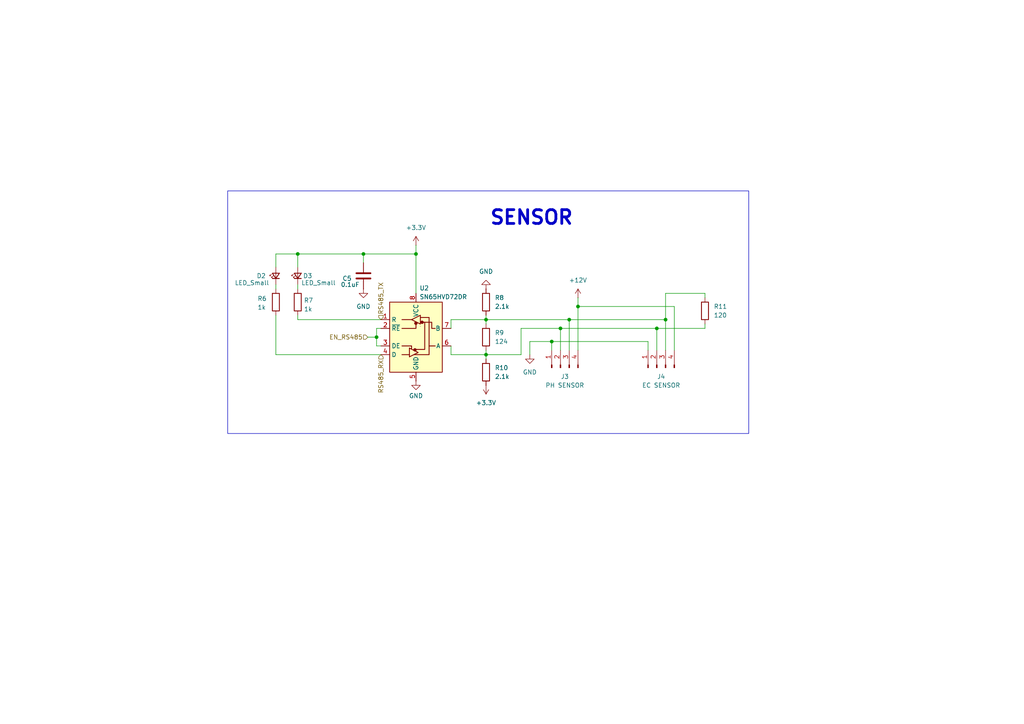
<source format=kicad_sch>
(kicad_sch (version 20231120) (generator "eeschema") (generator_version "8.0")
  (paper "A4")
  (lib_symbols
    (symbol "Connector:Conn_01x04_Pin" (pin_names (offset 1.016) hide)
      (property "Reference" "J" (at 0 5.08 0))
      (property "Value" "Conn_01x04_Pin" (at 0 -7.62 0))
      (symbol "Conn_01x04_Pin_1_1"
        (polyline (pts (xy 1.27 -5.08) (xy 0.8636 -5.08)) (stroke (width 0.1524)))
        (polyline (pts (xy 1.27 -2.54) (xy 0.8636 -2.54)) (stroke (width 0.1524)))
        (polyline (pts (xy 1.27 0) (xy 0.8636 0)) (stroke (width 0.1524)))
        (polyline (pts (xy 1.27 2.54) (xy 0.8636 2.54)) (stroke (width 0.1524)))
        (rectangle (start 0.8636 -4.953) (end 0 -5.207) (stroke (width 0.1524)) (fill (type outline)))
        (rectangle (start 0.8636 -2.413) (end 0 -2.667) (stroke (width 0.1524)) (fill (type outline)))
        (rectangle (start 0.8636 0.127) (end 0 -0.127) (stroke (width 0.1524)) (fill (type outline)))
        (rectangle (start 0.8636 2.667) (end 0 2.413) (stroke (width 0.1524)) (fill (type outline)))
        (pin passive line (at 5.08 2.54 180) (length 3.81) (name "Pin_1") (number "1"))
        (pin passive line (at 5.08 0 180) (length 3.81) (name "Pin_2") (number "2"))
        (pin passive line (at 5.08 -2.54 180) (length 3.81) (name "Pin_3") (number "3"))
        (pin passive line (at 5.08 -5.08 180) (length 3.81) (name "Pin_4") (number "4"))
      )
    )
    (symbol "Device:C" (pin_numbers hide) (pin_names (offset 0.254))
      (property "Reference" "C" (at 0.635 2.54 0))
      (property "Value" "C" (at 0.635 -2.54 0))
      (symbol "C_0_1"
        (polyline (pts (xy -2.032 -0.762) (xy 2.032 -0.762)) (stroke (width 0.508)))
        (polyline (pts (xy -2.032 0.762) (xy 2.032 0.762)) (stroke (width 0.508)))
      )
      (symbol "C_1_1"
        (pin passive line (at 0 3.81 270) (length 2.794) (name "~") (number "1"))
        (pin passive line (at 0 -3.81 90) (length 2.794) (name "~") (number "2"))
      )
    )
    (symbol "Device:LED_Small" (pin_numbers hide) (pin_names (offset 0.254) hide)
      (property "Reference" "D" (at -1.27 3.175 0))
      (property "Value" "LED_Small" (at -4.445 -2.54 0))
      (symbol "LED_Small_0_1"
        (polyline (pts (xy -0.762 -1.016) (xy -0.762 1.016)) (stroke (width 0.254)))
        (polyline (pts (xy 1.016 0) (xy -0.762 0)))
        (polyline (pts (xy 0.762 -1.016) (xy -0.762 0) (xy 0.762 1.016) (xy 0.762 -1.016)) (stroke (width 0.254)))
        (polyline (pts (xy 0 0.762) (xy -0.508 1.27) (xy -0.254 1.27) (xy -0.508 1.27) (xy -0.508 1.016)))
        (polyline (pts (xy 0.508 1.27) (xy 0 1.778) (xy 0.254 1.778) (xy 0 1.778) (xy 0 1.524)))
      )
      (symbol "LED_Small_1_1"
        (pin passive line (at -2.54 0 0) (length 1.778) (name "K") (number "1"))
        (pin passive line (at 2.54 0 180) (length 1.778) (name "A") (number "2"))
      )
    )
    (symbol "Device:R" (pin_numbers hide) (pin_names (offset 0))
      (property "Reference" "R" (at 2.032 0 90))
      (property "Value" "R" (at 0 0 90))
      (symbol "R_0_1"
        (rectangle (start -1.016 -2.54) (end 1.016 2.54) (stroke (width 0.254)))
      )
      (symbol "R_1_1"
        (pin passive line (at 0 3.81 270) (length 1.27) (name "~") (number "1"))
        (pin passive line (at 0 -3.81 90) (length 1.27) (name "~") (number "2"))
      )
    )
    (symbol "Interface_UART:SN65HVD11HD"
      (property "Reference" "U" (at -7.62 12.7 0))
      (property "Value" "SN65HVD11HD" (at 2.54 12.7 0))
      (symbol "SN65HVD11HD_0_1"
        (rectangle (start -7.62 10.16) (end 7.62 -10.16) (stroke (width 0.254)) (fill (type background)))
        (circle (center -0.3048 -3.683) (radius 0.3556) (stroke (width 0.254)) (fill (type outline)))
        (circle (center -0.0254 4.0386) (radius 0.3556) (stroke (width 0.254)) (fill (type outline)))
        (polyline (pts (xy -4.064 -5.08) (xy -1.905 -5.08)) (stroke (width 0.254)))
        (polyline (pts (xy -4.064 5.08) (xy -1.27 5.08)) (stroke (width 0.254)))
        (polyline (pts (xy -1.27 -3.2004) (xy -1.27 -3.4544)) (stroke (width 0.254)))
        (polyline (pts (xy -4.064 -2.54) (xy -1.27 -2.54) (xy -1.27 -3.175)) (stroke (width 0.254)))
        (polyline (pts (xy 0 3.81) (xy 0 2.54) (xy -4.064 2.54)) (stroke (width 0.254)))
        (polyline (pts (xy 1.27 5.715) (xy 3.81 5.715) (xy 3.81 -2.54)) (stroke (width 0.254)))
        (polyline (pts (xy 2.54 4.318) (xy 2.54 -3.556) (xy -0.254 -3.556)) (stroke (width 0.254)))
        (polyline (pts (xy -1.905 -3.175) (xy -1.905 -5.715) (xy 0.635 -4.445) (xy -1.905 -3.175)) (stroke (width 0.254)))
        (polyline (pts (xy -1.27 5.08) (xy 1.27 6.35) (xy 1.27 3.81) (xy -1.27 5.08)) (stroke (width 0.254)))
        (polyline (pts (xy -0.508 -5.08) (xy 3.81 -5.08) (xy 3.81 -2.54) (xy 5.588 -2.54)) (stroke (width 0.254)))
        (polyline (pts (xy 2.032 4.318) (xy 4.572 4.318) (xy 4.572 2.54) (xy 5.588 2.54)) (stroke (width 0.254)))
        (rectangle (start 1.27 3.175) (end 1.27 3.175))
        (circle (center 1.778 4.318) (radius 0.3556) (stroke (width 0.254)) (fill (type outline)))
      )
      (symbol "SN65HVD11HD_1_1"
        (pin output line (at -10.16 5.08 0) (length 2.54) (name "R") (number "1"))
        (pin input line (at -10.16 2.54 0) (length 2.54) (name "~{RE}") (number "2"))
        (pin input line (at -10.16 -2.54 0) (length 2.54) (name "DE") (number "3"))
        (pin input line (at -10.16 -5.08 0) (length 2.54) (name "D") (number "4"))
        (pin power_in line (at 0 -12.7 90) (length 2.54) (name "GND") (number "5"))
        (pin bidirectional line (at 10.16 -2.54 180) (length 2.54) (name "A") (number "6"))
        (pin bidirectional line (at 10.16 2.54 180) (length 2.54) (name "B") (number "7"))
        (pin power_in line (at 0 12.7 270) (length 2.54) (name "VCC") (number "8"))
      )
    )
    (symbol "power:+12V" (power) (pin_numbers hide) (pin_names (offset 0) hide)
      (property "Value" "+12V" (at 0 3.556 0))
      (symbol "+12V_0_1"
        (polyline (pts (xy -0.762 1.27) (xy 0 2.54)))
        (polyline (pts (xy 0 0) (xy 0 2.54)))
        (polyline (pts (xy 0 2.54) (xy 0.762 1.27)))
      )
      (symbol "+12V_1_1"
        (pin power_in line (at 0 0 90) (length 0) (name "~") (number "1"))
      )
    )
    (symbol "power:+3.3V" (power) (pin_numbers hide) (pin_names (offset 0) hide)
      (property "Value" "+3.3V" (at 0 3.556 0))
      (symbol "+3.3V_0_1"
        (polyline (pts (xy -0.762 1.27) (xy 0 2.54)))
        (polyline (pts (xy 0 0) (xy 0 2.54)))
        (polyline (pts (xy 0 2.54) (xy 0.762 1.27)))
      )
      (symbol "+3.3V_1_1"
        (pin power_in line (at 0 0 90) (length 0) (name "~") (number "1"))
      )
    )
    (symbol "power:GND" (power) (pin_numbers hide) (pin_names (offset 0) hide)
      (property "Value" "GND" (at 0 -3.81 0))
      (symbol "GND_0_1"
        (polyline (pts (xy 0 0) (xy 0 -1.27) (xy 1.27 -1.27) (xy 0 -2.54) (xy -1.27 -1.27) (xy 0 -1.27)))
      )
      (symbol "GND_1_1"
        (pin power_in line (at 0 0 270) (length 0) (name "~") (number "1"))
      )
    )
  )
  (junction (at 165.1 92.71))
  (junction (at 193.04 92.71))
  (junction (at 105.41 73.66))
  (junction (at 190.5 95.25))
  (junction (at 120.65 73.66))
  (junction (at 160.02 99.06))
  (junction (at 162.56 95.25))
  (junction (at 86.36 73.66))
  (junction (at 140.97 92.71))
  (junction (at 140.97 102.87))
  (junction (at 167.64 88.9))
  (junction (at 109.22 97.79))
  (wire (pts (xy 80.01 77.47) (xy 80.01 73.66)))
  (wire (pts (xy 162.56 95.25) (xy 190.5 95.25)))
  (wire (pts (xy 130.81 92.71) (xy 130.81 95.25)))
  (wire (pts (xy 204.47 85.09) (xy 193.04 85.09)))
  (wire (pts (xy 167.64 101.6) (xy 167.64 88.9)))
  (wire (pts (xy 167.64 88.9) (xy 195.58 88.9)))
  (wire (pts (xy 86.36 92.71) (xy 110.49 92.71)))
  (wire (pts (xy 130.81 102.87) (xy 140.97 102.87)))
  (wire (pts (xy 160.02 99.06) (xy 187.96 99.06)))
  (wire (pts (xy 120.65 73.66) (xy 120.65 85.09)))
  (wire (pts (xy 109.22 95.25) (xy 110.49 95.25)))
  (wire (pts (xy 86.36 73.66) (xy 105.41 73.66)))
  (wire (pts (xy 167.64 86.36) (xy 167.64 88.9)))
  (wire (pts (xy 120.65 71.12) (xy 120.65 73.66)))
  (wire (pts (xy 80.01 82.55) (xy 80.01 83.82)))
  (wire (pts (xy 140.97 102.87) (xy 140.97 104.14)))
  (wire (pts (xy 106.68 97.79) (xy 109.22 97.79)))
  (wire (pts (xy 80.01 91.44) (xy 80.01 102.87)))
  (wire (pts (xy 86.36 92.71) (xy 86.36 91.44)))
  (wire (pts (xy 187.96 99.06) (xy 187.96 101.6)))
  (wire (pts (xy 151.13 95.25) (xy 151.13 102.87)))
  (wire (pts (xy 165.1 92.71) (xy 193.04 92.71)))
  (wire (pts (xy 162.56 95.25) (xy 162.56 101.6)))
  (wire (pts (xy 140.97 92.71) (xy 140.97 93.98)))
  (wire (pts (xy 165.1 92.71) (xy 165.1 101.6)))
  (wire (pts (xy 130.81 92.71) (xy 140.97 92.71)))
  (wire (pts (xy 86.36 82.55) (xy 86.36 83.82)))
  (wire (pts (xy 140.97 101.6) (xy 140.97 102.87)))
  (wire (pts (xy 109.22 100.33) (xy 110.49 100.33)))
  (wire (pts (xy 151.13 102.87) (xy 140.97 102.87)))
  (wire (pts (xy 193.04 85.09) (xy 193.04 92.71)))
  (wire (pts (xy 190.5 95.25) (xy 190.5 101.6)))
  (wire (pts (xy 165.1 92.71) (xy 140.97 92.71)))
  (wire (pts (xy 195.58 88.9) (xy 195.58 101.6)))
  (wire (pts (xy 204.47 86.36) (xy 204.47 85.09)))
  (wire (pts (xy 204.47 95.25) (xy 204.47 93.98)))
  (wire (pts (xy 162.56 95.25) (xy 151.13 95.25)))
  (wire (pts (xy 140.97 91.44) (xy 140.97 92.71)))
  (wire (pts (xy 130.81 100.33) (xy 130.81 102.87)))
  (wire (pts (xy 86.36 73.66) (xy 86.36 77.47)))
  (wire (pts (xy 105.41 73.66) (xy 120.65 73.66)))
  (wire (pts (xy 109.22 95.25) (xy 109.22 97.79)))
  (wire (pts (xy 160.02 99.06) (xy 160.02 101.6)))
  (wire (pts (xy 193.04 92.71) (xy 193.04 101.6)))
  (wire (pts (xy 153.67 99.06) (xy 153.67 102.87)))
  (wire (pts (xy 80.01 73.66) (xy 86.36 73.66)))
  (wire (pts (xy 204.47 95.25) (xy 190.5 95.25)))
  (wire (pts (xy 109.22 97.79) (xy 109.22 100.33)))
  (wire (pts (xy 105.41 73.66) (xy 105.41 76.2)))
  (wire (pts (xy 160.02 99.06) (xy 153.67 99.06)))
  (wire (pts (xy 80.01 102.87) (xy 110.49 102.87)))
  (rectangle (start 66.04 55.372) (end 217.17 125.73))
  (text "SENSOR\n" (at 154.178 63.246 0) (effects (font (size 4 4) (bold yes))))
  (hierarchical_label "RS485_TX" (shape input) (at 110.49 92.71 90))
  (hierarchical_label "EN_RS485" (shape input) (at 106.68 97.79 180))
  (hierarchical_label "RS485_RX" (shape input) (at 110.49 102.87 270))
  (symbol (lib_id "Device:R") (at 140.97 107.95 180) (unit 1)
    (property "Reference" "R10" (at 143.51 106.6799 0) (effects (justify right)))
    (property "Value" "2.1k" (at 143.51 109.2199 0) (effects (justify right)))
    (property "Footprint" "Resistor_SMD:R_0603_1608Metric" (effects (hide yes)))
    (property "Description" "62.5mW Thick Film Resistors 50V ±100ppm/℃ ±1% 10kΩ 0402" (effects (hide yes)))
    (property "MFR" "0402WGF1002TCE" (effects (hide yes)))
    (property "LCSC" "C25744" (effects (hide yes)))
  )
  (symbol (lib_id "Device:C") (at 105.41 80.01 0) (unit 1)
    (property "Reference" "C5" (at 99.314 80.772 0) (effects (justify left)))
    (property "Value" "0.1uF" (at 98.806 82.5501 0) (effects (justify left)))
    (property "Footprint" "Capacitor_SMD:C_0603_1608Metric" (effects (hide yes)))
    (property "Description" "50V 100nF X7R ±10% 0402" (effects (hide yes)))
    (property "MFR" "CL05B104KB54PNC" (effects (hide yes)))
    (property "LCSC" "C307331" (effects (hide yes)))
  )
  (symbol (lib_id "Device:R") (at 80.01 87.63 180) (unit 1)
    (property "Reference" "R6" (at 74.676 86.614 0) (effects (justify right)))
    (property "Value" "1k" (at 74.676 89.154 0) (effects (justify right)))
    (property "Footprint" "Resistor_SMD:R_0603_1608Metric" (effects (hide yes)))
    (property "Description" "62.5mW Thick Film Resistors 50V ±100ppm/℃ ±1% 10kΩ 0402" (effects (hide yes)))
    (property "MFR" "0402WGF1002TCE" (effects (hide yes)))
    (property "LCSC" "C25744" (effects (hide yes)))
  )
  (symbol (lib_id "power:+3.3V") (at 120.65 71.12 0) (unit 1)
    (property "Reference" "#PWR015" (effects (hide yes)))
    (property "Value" "+3.3V" (at 120.65 66.04 0))
    (property "Description" "Power symbol creates a global label with name \"+3.3V\"" (effects (hide yes)))
  )
  (symbol (lib_id "Device:R") (at 140.97 97.79 180) (unit 1)
    (property "Reference" "R9" (at 143.51 96.5199 0) (effects (justify right)))
    (property "Value" "124" (at 143.51 99.0599 0) (effects (justify right)))
    (property "Footprint" "Resistor_SMD:R_0603_1608Metric" (effects (hide yes)))
    (property "Description" "62.5mW Thick Film Resistors 50V ±100ppm/℃ ±1% 10kΩ 0402" (effects (hide yes)))
    (property "MFR" "0402WGF1002TCE" (effects (hide yes)))
    (property "LCSC" "C25744" (effects (hide yes)))
  )
  (symbol (lib_id "power:GND") (at 153.67 102.87 0) (unit 1)
    (property "Reference" "#PWR019" (effects (hide yes)))
    (property "Value" "GND" (at 153.67 107.95 0))
    (property "Description" "Power symbol creates a global label with name \"GND\" , ground" (effects (hide yes)))
  )
  (symbol (lib_id "power:GND") (at 120.65 110.49 0) (unit 1)
    (property "Reference" "#PWR016" (effects (hide yes)))
    (property "Value" "GND" (at 120.65 114.808 0))
    (property "Description" "Power symbol creates a global label with name \"GND\" , ground" (effects (hide yes)))
  )
  (symbol (lib_id "Interface_UART:SN65HVD11HD") (at 120.65 97.79 0) (unit 1)
    (property "Reference" "U2" (at 121.666 83.566 0) (effects (justify left)))
    (property "Value" "SN65HVD72DR" (at 121.666 86.106 0) (effects (justify left)))
    (property "Footprint" "Package_SO:SOIC-8_3.9x4.9mm_P1.27mm" (effects (hide yes)))
    (property "Datasheet" "https://wmsc.lcsc.com/wmsc/upload/file/pdf/v2/lcsc/1810161612_Texas-Instruments-SN65HVD72DR_C48125.pdf" (effects (hide yes)))
    (property "Description" "3.3V, RS-485 Transceiver, SOIC-8" (effects (hide yes)))
    (property "LCSC" " C48125" (effects (hide yes)))
    (property "MFR.Part" "SN65HVD72DR" (effects (hide yes)))
  )
  (symbol (lib_id "Connector:Conn_01x04_Pin") (at 190.5 106.68 90) (unit 1)
    (property "Reference" "J4" (at 191.77 109.22 90))
    (property "Value" "EC SENSOR" (at 191.77 111.76 90))
    (property "Footprint" "Connector_Phoenix_MC:PhoenixContact_MCV_1,5_4-G-3.81_1x04_P3.81mm_Vertical" (effects (hide yes)))
    (property "Description" "Generic connector, single row, 01x04, script generated" (effects (hide yes)))
  )
  (symbol (lib_id "power:+12V") (at 167.64 86.36 0) (unit 1)
    (property "Reference" "#PWR020" (effects (hide yes)))
    (property "Value" "+12V" (at 167.64 81.28 0))
    (property "Description" "Power symbol creates a global label with name \"+12V\"" (effects (hide yes)))
  )
  (symbol (lib_id "Device:LED_Small") (at 86.36 80.01 90) (unit 1)
    (property "Reference" "D3" (at 87.884 80.01 90) (effects (justify right)))
    (property "Value" "LED_Small" (at 87.376 82.042 90) (effects (justify right)))
    (property "Footprint" "LED_SMD:LED_0805_2012Metric" (effects (hide yes)))
    (property "Description" "Light emitting diode, small symbol" (effects (hide yes)))
  )
  (symbol (lib_id "power:GND") (at 140.97 83.82 180) (unit 1)
    (property "Reference" "#PWR017" (effects (hide yes)))
    (property "Value" "GND" (at 140.97 78.74 0))
    (property "Description" "Power symbol creates a global label with name \"GND\" , ground" (effects (hide yes)))
  )
  (symbol (lib_id "Device:LED_Small") (at 80.01 80.01 90) (unit 1)
    (property "Reference" "D2" (at 74.422 80.01 90) (effects (justify right)))
    (property "Value" "LED_Small" (at 68.072 82.042 90) (effects (justify right)))
    (property "Footprint" "LED_SMD:LED_0805_2012Metric" (effects (hide yes)))
    (property "Description" "Light emitting diode, small symbol" (effects (hide yes)))
  )
  (symbol (lib_id "Device:R") (at 204.47 90.17 180) (unit 1)
    (property "Reference" "R11" (at 207.01 88.8999 0) (effects (justify right)))
    (property "Value" "120" (at 207.01 91.4399 0) (effects (justify right)))
    (property "Footprint" "Resistor_SMD:R_0603_1608Metric" (effects (hide yes)))
    (property "Description" "62.5mW Thick Film Resistors 50V ±100ppm/℃ ±1% 10kΩ 0402" (effects (hide yes)))
    (property "MFR" "0402WGF1002TCE" (effects (hide yes)))
    (property "LCSC" "C25744" (effects (hide yes)))
  )
  (symbol (lib_id "power:+3.3V") (at 140.97 111.76 180) (unit 1)
    (property "Reference" "#PWR018" (effects (hide yes)))
    (property "Value" "+3.3V" (at 140.97 116.84 0))
    (property "Description" "Power symbol creates a global label with name \"+3.3V\"" (effects (hide yes)))
  )
  (symbol (lib_id "Device:R") (at 140.97 87.63 180) (unit 1)
    (property "Reference" "R8" (at 143.51 86.3599 0) (effects (justify right)))
    (property "Value" "2.1k" (at 143.51 88.8999 0) (effects (justify right)))
    (property "Footprint" "Resistor_SMD:R_0603_1608Metric" (effects (hide yes)))
    (property "Description" "62.5mW Thick Film Resistors 50V ±100ppm/℃ ±1% 10kΩ 0402" (effects (hide yes)))
    (property "MFR" "0402WGF1002TCE" (effects (hide yes)))
    (property "LCSC" "C25744" (effects (hide yes)))
  )
  (symbol (lib_id "Connector:Conn_01x04_Pin") (at 162.56 106.68 90) (unit 1)
    (property "Reference" "J3" (at 163.83 109.22 90))
    (property "Value" "PH SENSOR" (at 163.83 111.76 90))
    (property "Footprint" "Connector_Phoenix_MC:PhoenixContact_MCV_1,5_4-G-3.81_1x04_P3.81mm_Vertical" (effects (hide yes)))
    (property "Description" "Generic connector, single row, 01x04, script generated" (effects (hide yes)))
  )
  (symbol (lib_id "power:GND") (at 105.41 83.82 0) (unit 1)
    (property "Reference" "#PWR014" (effects (hide yes)))
    (property "Value" "GND" (at 105.41 88.9 0))
    (property "Description" "Power symbol creates a global label with name \"GND\" , ground" (effects (hide yes)))
  )
  (symbol (lib_id "Device:R") (at 86.36 87.63 180) (unit 1)
    (property "Reference" "R7" (at 88.138 87.122 0) (effects (justify right)))
    (property "Value" "1k" (at 88.138 89.662 0) (effects (justify right)))
    (property "Footprint" "Resistor_SMD:R_0603_1608Metric" (effects (hide yes)))
    (property "Description" "62.5mW Thick Film Resistors 50V ±100ppm/℃ ±1% 10kΩ 0402" (effects (hide yes)))
    (property "MFR" "0402WGF1002TCE" (effects (hide yes)))
    (property "LCSC" "C25744" (effects (hide yes)))
  )
)
</source>
